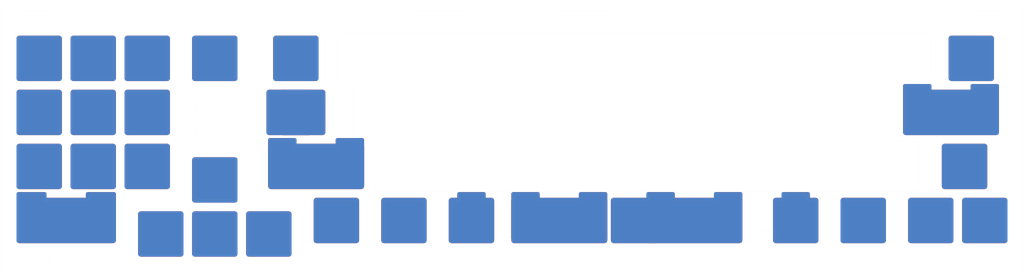
<source format=kicad_pcb>
(kicad_pcb (version 20210228) (generator pcbnew)
  (layers (0 "F.Cu" signal) (31 "B.Cu" signal) (34 "B.Paste" user) (35 "F.Paste" user) (36 "B.SilkS" user "B.Silkscreen") (37 "F.SilkS" user "F.Silkscreen") (38 "B.Mask" user) (39 "F.Mask" user) (44 "Edge.Cuts" user))
  (net 0 "")
  (footprint "Cutouts:MX_Cutout_1u" (layer "F.Cu") (at 93.512496 126.35)
    (fp_text reference "REF**" hide)
    (fp_text value "MX_Cutout_1u" hide)
    (fp_line (start 6.5 -7) (end -6.5 -7) (layer "Edge.Cuts") (width 0.01))
    (fp_line (start -6.5 7) (end 6.5 7) (layer "Edge.Cuts") (width 0.01))
    (fp_line (start -7 -6.5) (end -7 6.5) (layer "Edge.Cuts") (width 0.01))
    (fp_line (start 7 6.5) (end 7 -6.5) (layer "Edge.Cuts") (width 0.01))
    (fp_arc (start -6.5 6.5) (end -7 6.5) (angle -90) (layer "Edge.Cuts") (width 0.01))
    (fp_arc (start 6.5 -6.5) (end 7 -6.5) (angle -90) (layer "Edge.Cuts") (width 0.01))
    (fp_arc (start 6.5 6.5) (end 6.5 7) (angle -90) (layer "Edge.Cuts") (width 0.01))
    (fp_arc (start -6.5 -6.5) (end -6.5 -7) (angle -90) (layer "Edge.Cuts") (width 0.01))
    (pad "1" smd roundrect (at 0 0 180) (size 16 16) (layers "B.Cu" "B.Mask") (roundrect_rratio 0.063))
    (pad "1" smd roundrect (at 0 0 180) (size 16 16) (layers "F.Cu" "F.Mask") (roundrect_rratio 0.063))
  )
  (footprint "Cutouts:MX_Cutout_2u_1u-1u" (layer "F.Cu") (at 64.937496 164.45)
    (fp_text reference "REF**" hide)
    (fp_text value "MX_Cutout_2u_1u-1u" hide)
    (fp_line (start 16.525 6.5) (end 16.525 -8.5) (layer "Edge.Cuts") (width 0.01))
    (fp_line (start -16.025 7) (end 16.025 7) (layer "Edge.Cuts") (width 0.01))
    (fp_line (start -7.938 -7.5) (end -7.938 -8.5) (layer "Edge.Cuts") (width 0.01))
    (fp_line (start 7.438 -7) (end -7.438 -7) (layer "Edge.Cuts") (width 0.01))
    (fp_line (start -16.525 -8.5) (end -16.525 6.5) (layer "Edge.Cuts") (width 0.01))
    (fp_line (start 7.938 -8.5) (end 7.938 -7.5) (layer "Edge.Cuts") (width 0.01))
    (fp_line (start 16.025 -9) (end 8.438 -9) (layer "Edge.Cuts") (width 0.01))
    (fp_line (start -8.438 -9) (end -16.025 -9) (layer "Edge.Cuts") (width 0.01))
    (fp_arc (start 7.438 -7.5) (end 7.438 -7) (angle -90) (layer "Edge.Cuts") (width 0.01))
    (fp_arc (start -7.438 -7.5) (end -7.938 -7.5) (angle -90) (layer "Edge.Cuts") (width 0.01))
    (fp_arc (start -16.025 -8.5) (end -16.025 -9) (angle -90) (layer "Edge.Cuts") (width 0.01))
    (fp_arc (start 8.438 -8.5) (end 8.438 -9) (angle -90) (layer "Edge.Cuts") (width 0.01))
    (fp_arc (start -16.025 6.5) (end -16.525 6.5) (angle -90) (layer "Edge.Cuts") (width 0.01))
    (fp_arc (start 16.025 -8.5) (end 16.525 -8.5) (angle -90) (layer "Edge.Cuts") (width 0.01))
    (fp_arc (start 16.025 6.5) (end 16.025 7) (angle -90) (layer "Edge.Cuts") (width 0.01))
    (fp_arc (start -8.438 -8.5) (end -7.938 -8.5) (angle -90) (layer "Edge.Cuts") (width 0.01))
    (pad "1" smd roundrect (at 12.2315 -1.5) (size 10.587 17) (layers "B.Cu" "B.Mask") (roundrect_rratio 0.063))
    (pad "1" smd roundrect (at 12.2315 -1.5) (size 10.587 17) (layers "F.Cu" "F.Mask") (roundrect_rratio 0.063))
    (pad "1" smd roundrect (at -12.2315 -1.5) (size 10.587 17) (layers "B.Cu" "B.Mask") (roundrect_rratio 0.063))
    (pad "1" smd roundrect (at 0 0) (size 35.05 16) (layers "B.Cu" "B.Mask") (roundrect_rratio 0.063))
    (pad "1" smd roundrect (at 0 0) (size 35.05 16) (layers "F.Cu" "F.Mask") (roundrect_rratio 0.063))
    (pad "1" smd roundrect (at -12.2315 -1.5) (size 10.587 17) (layers "F.Cu" "F.Mask") (roundrect_rratio 0.063))
  )
  (footprint "Keybage_MX_Cutout:MX_Cutout_1.5u" (layer "F.Cu") (at 384.024996 107.3)
    (fp_text reference "REF**" hide)
    (fp_text value "MX_Cutout_1.5u" hide)
    (fp_line (start -6.5 7) (end 6.5 7) (layer "Edge.Cuts") (width 0.01))
    (fp_line (start 7 6.5) (end 7 -6.5) (layer "Edge.Cuts") (width 0.01))
    (fp_line (start 6.5 -7) (end -6.5 -7) (layer "Edge.Cuts") (width 0.01))
    (fp_line (start -7 -6.5) (end -7 6.5) (layer "Edge.Cuts") (width 0.01))
    (fp_arc (start 6.5 -6.5) (end 7 -6.5) (angle -90) (layer "Edge.Cuts") (width 0.01))
    (fp_arc (start -6.5 -6.5) (end -6.5 -7) (angle -90) (layer "Edge.Cuts") (width 0.01))
    (fp_arc (start -6.5 6.5) (end -7 6.5) (angle -90) (layer "Edge.Cuts") (width 0.01))
    (fp_arc (start 6.5 6.5) (end 6.5 7) (angle -90) (layer "Edge.Cuts") (width 0.01))
    (pad "1" smd roundrect (at 0 0 180) (size 16 16) (layers "B.Cu" "B.Mask") (roundrect_rratio 0.063))
    (pad "1" smd roundrect (at 0 0 180) (size 16 16) (layers "F.Cu" "F.Mask") (roundrect_rratio 0.063))
  )
  (footprint "Cutouts:MX_Cutout_1.75u" (layer "F.Cu") (at 381.643746 145.4)
    (fp_text reference "REF**" hide)
    (fp_text value "MX_Cutout_1.75u" hide)
    (fp_line (start -6.5 7) (end 6.5 7) (layer "Edge.Cuts") (width 0.01))
    (fp_line (start -7 -6.5) (end -7 6.5) (layer "Edge.Cuts") (width 0.01))
    (fp_line (start 7 6.5) (end 7 -6.5) (layer "Edge.Cuts") (width 0.01))
    (fp_line (start 6.5 -7) (end -6.5 -7) (layer "Edge.Cuts") (width 0.01))
    (fp_arc (start -6.5 -6.5) (end -6.5 -7) (angle -90) (layer "Edge.Cuts") (width 0.01))
    (fp_arc (start 6.5 6.5) (end 6.5 7) (angle -90) (layer "Edge.Cuts") (width 0.01))
    (fp_arc (start 6.5 -6.5) (end 7 -6.5) (angle -90) (layer "Edge.Cuts") (width 0.01))
    (fp_arc (start -6.5 6.5) (end -7 6.5) (angle -90) (layer "Edge.Cuts") (width 0.01))
    (pad "1" smd roundrect (at 0 0 180) (size 16 16) (layers "B.Cu" "B.Mask") (roundrect_rratio 0.063))
    (pad "1" smd roundrect (at 0 0 180) (size 16 16) (layers "F.Cu" "F.Mask") (roundrect_rratio 0.063))
  )
  (footprint "Cutouts:MX_Cutout_1u" (layer "F.Cu") (at 388.787496 164.45)
    (fp_text reference "REF**" hide)
    (fp_text value "MX_Cutout_1u" hide)
    (fp_line (start 6.5 -7) (end -6.5 -7) (layer "Edge.Cuts") (width 0.01))
    (fp_line (start -6.5 7) (end 6.5 7) (layer "Edge.Cuts") (width 0.01))
    (fp_line (start 7 6.5) (end 7 -6.5) (layer "Edge.Cuts") (width 0.01))
    (fp_line (start -7 -6.5) (end -7 6.5) (layer "Edge.Cuts") (width 0.01))
    (fp_arc (start 6.5 6.5) (end 6.5 7) (angle -90) (layer "Edge.Cuts") (width 0.01))
    (fp_arc (start -6.5 -6.5) (end -6.5 -7) (angle -90) (layer "Edge.Cuts") (width 0.01))
    (fp_arc (start 6.5 -6.5) (end 7 -6.5) (angle -90) (layer "Edge.Cuts") (width 0.01))
    (fp_arc (start -6.5 6.5) (end -7 6.5) (angle -90) (layer "Edge.Cuts") (width 0.01))
    (pad "1" smd roundrect (at 0 0 180) (size 16 16) (layers "F.Cu" "F.Mask") (roundrect_rratio 0.063))
    (pad "1" smd roundrect (at 0 0 180) (size 16 16) (layers "B.Cu" "B.Mask") (roundrect_rratio 0.063))
  )
  (footprint "Cutouts:MX_Cutout_1u" (layer "F.Cu") (at 117.324996 150.1625)
    (fp_text reference "REF**" hide)
    (fp_text value "MX_Cutout_1u" hide)
    (fp_line (start 6.5 -7) (end -6.5 -7) (layer "Edge.Cuts") (width 0.01))
    (fp_line (start -7 -6.5) (end -7 6.5) (layer "Edge.Cuts") (width 0.01))
    (fp_line (start 7 6.5) (end 7 -6.5) (layer "Edge.Cuts") (width 0.01))
    (fp_line (start -6.5 7) (end 6.5 7) (layer "Edge.Cuts") (width 0.01))
    (fp_arc (start -6.5 6.5) (end -7 6.5) (angle -90) (layer "Edge.Cuts") (width 0.01))
    (fp_arc (start 6.5 6.5) (end 6.5 7) (angle -90) (layer "Edge.Cuts") (width 0.01))
    (fp_arc (start 6.5 -6.5) (end 7 -6.5) (angle -90) (layer "Edge.Cuts") (width 0.01))
    (fp_arc (start -6.5 -6.5) (end -6.5 -7) (angle -90) (layer "Edge.Cuts") (width 0.01))
    (pad "1" smd roundrect (at 0 0 180) (size 16 16) (layers "B.Cu" "B.Mask") (roundrect_rratio 0.063))
    (pad "1" smd roundrect (at 0 0 180) (size 16 16) (layers "F.Cu" "F.Mask") (roundrect_rratio 0.063))
  )
  (footprint "Cutouts:MX_Cutout_1u" (layer "F.Cu") (at 55.412496 126.35)
    (fp_text reference "REF**" hide)
    (fp_text value "MX_Cutout_1u" hide)
    (fp_line (start 6.5 -7) (end -6.5 -7) (layer "Edge.Cuts") (width 0.01))
    (fp_line (start 7 6.5) (end 7 -6.5) (layer "Edge.Cuts") (width 0.01))
    (fp_line (start -6.5 7) (end 6.5 7) (layer "Edge.Cuts") (width 0.01))
    (fp_line (start -7 -6.5) (end -7 6.5) (layer "Edge.Cuts") (width 0.01))
    (fp_arc (start -6.5 -6.5) (end -6.5 -7) (angle -90) (layer "Edge.Cuts") (width 0.01))
    (fp_arc (start -6.5 6.5) (end -7 6.5) (angle -90) (layer "Edge.Cuts") (width 0.01))
    (fp_arc (start 6.5 -6.5) (end 7 -6.5) (angle -90) (layer "Edge.Cuts") (width 0.01))
    (fp_arc (start 6.5 6.5) (end 6.5 7) (angle -90) (layer "Edge.Cuts") (width 0.01))
    (pad "1" smd roundrect (at 0 0 180) (size 16 16) (layers "B.Cu" "B.Mask") (roundrect_rratio 0.063))
    (pad "1" smd roundrect (at 0 0 180) (size 16 16) (layers "F.Cu" "F.Mask") (roundrect_rratio 0.063))
  )
  (footprint "Cutouts:MX_Cutout_1u" (layer "F.Cu") (at 93.512496 145.4)
    (fp_text reference "REF**" hide)
    (fp_text value "MX_Cutout_1u" hide)
    (fp_line (start -7 -6.5) (end -7 6.5) (layer "Edge.Cuts") (width 0.01))
    (fp_line (start 7 6.5) (end 7 -6.5) (layer "Edge.Cuts") (width 0.01))
    (fp_line (start -6.5 7) (end 6.5 7) (layer "Edge.Cuts") (width 0.01))
    (fp_line (start 6.5 -7) (end -6.5 -7) (layer "Edge.Cuts") (width 0.01))
    (fp_arc (start 6.5 -6.5) (end 7 -6.5) (angle -90) (layer "Edge.Cuts") (width 0.01))
    (fp_arc (start -6.5 -6.5) (end -6.5 -7) (angle -90) (layer "Edge.Cuts") (width 0.01))
    (fp_arc (start 6.5 6.5) (end 6.5 7) (angle -90) (layer "Edge.Cuts") (width 0.01))
    (fp_arc (start -6.5 6.5) (end -7 6.5) (angle -90) (layer "Edge.Cuts") (width 0.01))
    (pad "1" smd roundrect (at 0 0 180) (size 16 16) (layers "B.Cu" "B.Mask") (roundrect_rratio 0.063))
    (pad "1" smd roundrect (at 0 0 180) (size 16 16) (layers "F.Cu" "F.Mask") (roundrect_rratio 0.063))
  )
  (footprint "Cutouts:MX_Cutout_1u" (layer "F.Cu") (at 55.412496 107.3)
    (fp_text reference "REF**" hide)
    (fp_text value "MX_Cutout_1u" hide)
    (fp_line (start -6.5 7) (end 6.5 7) (layer "Edge.Cuts") (width 0.01))
    (fp_line (start -7 -6.5) (end -7 6.5) (layer "Edge.Cuts") (width 0.01))
    (fp_line (start 7 6.5) (end 7 -6.5) (layer "Edge.Cuts") (width 0.01))
    (fp_line (start 6.5 -7) (end -6.5 -7) (layer "Edge.Cuts") (width 0.01))
    (fp_arc (start -6.5 6.5) (end -7 6.5) (angle -90) (layer "Edge.Cuts") (width 0.01))
    (fp_arc (start 6.5 -6.5) (end 7 -6.5) (angle -90) (layer "Edge.Cuts") (width 0.01))
    (fp_arc (start -6.5 -6.5) (end -6.5 -7) (angle -90) (layer "Edge.Cuts") (width 0.01))
    (fp_arc (start 6.5 6.5) (end 6.5 7) (angle -90) (layer "Edge.Cuts") (width 0.01))
    (pad "1" smd roundrect (at 0 0 180) (size 16 16) (layers "F.Cu" "F.Mask") (roundrect_rratio 0.063))
    (pad "1" smd roundrect (at 0 0 180) (size 16 16) (layers "B.Cu" "B.Mask") (roundrect_rratio 0.063))
  )
  (footprint "Cutouts:MX_Cutout_7u_1u-2.25u-2.75u-1u" (layer "F.Cu") (at 264.962496 164.45)
    (fp_text reference "REF**" hide)
    (fp_text value "MX_Cutout_7u_1u-2.25u-2.75u-1u" hide)
    (fp_line (start 49.65 3.5) (end 42.74375 3.5) (layer "Edge.Cuts") (width 0.01))
    (fp_line (start -34.13175 -7.5) (end -34.13175 -8.5) (layer "Edge.Cuts") (width 0.01))
    (fp_line (start -42.13175 -8.5) (end -42.13175 6.5) (layer "Edge.Cuts") (width 0.01))
    (fp_line (start -53.65 -9) (end -60.65 -9) (layer "Edge.Cuts") (width 0.01))
    (fp_line (start 61.65 -7) (end 63.65 -7) (layer "Edge.Cuts") (width 0.01))
    (fp_line (start 4.99325 -7) (end -6.5 -7) (layer "Edge.Cuts") (width 0.01))
    (fp_line (start 13.49325 -7.5) (end 13.49325 -8.5) (layer "Edge.Cuts") (width 0.01))
    (fp_line (start -18.75575 -7) (end -33.63175 -7) (layer "Edge.Cuts") (width 0.01))
    (fp_line (start -7 -6.5) (end -7 6.5) (layer "Edge.Cuts") (width 0.01))
    (fp_line (start 50.65 -7) (end 52.65 -7) (layer "Edge.Cuts") (width 0.01))
    (fp_line (start 28.86925 -7) (end 13.99325 -7) (layer "Edge.Cuts") (width 0.01))
    (fp_line (start -63.65 7) (end -50.65 7) (layer "Edge.Cuts") (width 0.01))
    (fp_line (start -61.15 -8.5) (end -61.15 -7.5) (layer "Edge.Cuts") (width 0.01))
    (fp_line (start 37.36925 6.5) (end 37.36925 -8.5) (layer "Edge.Cuts") (width 0.01))
    (fp_line (start -50.15 6.5) (end -50.15 -6.5) (layer "Edge.Cuts") (width 0.01))
    (fp_line (start -41.63175 7) (end -10.75575 7) (layer "Edge.Cuts") (width 0.01))
    (fp_line (start -18.25575 -8.5) (end -18.25575 -7.5) (layer "Edge.Cuts") (width 0.01))
    (fp_line (start -6.5 7) (end 36.86925 7) (layer "Edge.Cuts") (width 0.01))
    (fp_line (start 63.65 7) (end 50.65 7) (layer "Edge.Cuts") (width 0.01))
    (fp_line (start 42.24375 3) (end 42.24375 -3) (layer "Edge.Cuts") (width 0.01))
    (fp_line (start 12.99325 -9) (end 5.99325 -9) (layer "Edge.Cuts") (width 0.01))
    (fp_line (start -50.65 -7) (end -52.65 -7) (layer "Edge.Cuts") (width 0.01))
    (fp_line (start 36.86925 -9) (end 29.86925 -9) (layer "Edge.Cuts") (width 0.01))
    (fp_line (start 61.15 -8.5) (end 61.15 -7.5) (layer "Edge.Cuts") (width 0.01))
    (fp_line (start -61.65 -7) (end -63.65 -7) (layer "Edge.Cuts") (width 0.01))
    (fp_line (start 53.65 -9) (end 60.65 -9) (layer "Edge.Cuts") (width 0.01))
    (fp_line (start 29.36925 -8.5) (end 29.36925 -7.5) (layer "Edge.Cuts") (width 0.01))
    (fp_line (start -53.15 -7.5) (end -53.15 -8.5) (layer "Edge.Cuts") (width 0.01))
    (fp_line (start 64.15 -6.5) (end 64.15 6.5) (layer "Edge.Cuts") (width 0.01))
    (fp_line (start -10.75575 -9) (end -17.75575 -9) (layer "Edge.Cuts") (width 0.01))
    (fp_line (start 5.49325 -8.5) (end 5.49325 -7.5) (layer "Edge.Cuts") (width 0.01))
    (fp_line (start -34.63175 -9) (end -41.63175 -9) (layer "Edge.Cuts") (width 0.01))
    (fp_line (start 53.15 -7.5) (end 53.15 -8.5) (layer "Edge.Cuts") (width 0.01))
    (fp_line (start -64.15 -6.5) (end -64.15 6.5) (layer "Edge.Cuts") (width 0.01))
    (fp_line (start 50.15 -4) (end 50.15 -6.5) (layer "Edge.Cuts") (width 0.01))
    (fp_line (start 50.15 6.5) (end 50.15 4) (layer "Edge.Cuts") (width 0.01))
    (fp_line (start 42.74375 -3.5) (end 49.65 -3.5) (layer "Edge.Cuts") (width 0.01))
    (fp_line (start -10.25575 6.5) (end -10.25575 -8.5) (layer "Edge.Cuts") (width 0.01))
    (fp_arc (start -10.75575 -8.5) (end -10.25575 -8.5) (angle -90) (layer "Edge.Cuts") (width 0.01))
    (fp_arc (start -33.63175 -7.5) (end -34.13175 -7.5) (angle -90) (layer "Edge.Cuts") (width 0.01))
    (fp_arc (start -10.75575 6.5) (end -10.75575 7) (angle -90) (layer "Edge.Cuts") (width 0.01))
    (fp_arc (start -61.65 -7.5) (end -61.65 -7) (angle -90) (layer "Edge.Cuts") (width 0.01))
    (fp_arc (start 28.86925 -7.5) (end 28.86925 -7) (angle -90) (layer "Edge.Cuts") (width 0.01))
    (fp_arc (start -34.63175 -8.5) (end -34.13175 -8.5) (angle -90) (layer "Edge.Cuts") (width 0.01))
    (fp_arc (start -60.65 -8.5) (end -60.65 -9) (angle -90) (layer "Edge.Cuts") (width 0.01))
    (fp_arc (start 36.86925 6.5) (end 36.86925 7) (angle -90) (layer "Edge.Cuts") (width 0.01))
    (fp_arc (start 42.74375 3) (end 42.24375 3) (angle -90) (layer "Edge.Cuts") (width 0.01))
    (fp_arc (start 13.99325 -7.5) (end 13.49325 -7.5) (angle -90) (layer "Edge.Cuts") (width 0.01))
    (fp_arc (start -53.65 -8.5) (end -53.15 -8.5) (angle -90) (layer "Edge.Cuts") (width 0.01))
    (fp_arc (start -52.65 -7.5) (end -53.15 -7.5) (angle -90) (layer "Edge.Cuts") (width 0.01))
    (fp_arc (start 29.86925 -8.5) (end 29.86925 -9) (angle -90) (layer "Edge.Cuts") (width 0.01))
    (fp_arc (start -63.65 6.5) (end -64.15 6.5) (angle -90) (layer "Edge.Cuts") (width 0.01))
    (fp_arc (start 50.65 -6.5) (end 50.65 -7) (angle -90) (layer "Edge.Cuts") (width 0.01))
    (fp_arc (start -17.75575 -8.5) (end -17.75575 -9) (angle -90) (layer "Edge.Cuts") (width 0.01))
    (fp_arc (start -50.65 6.5) (end -50.65 7) (angle -90) (layer "Edge.Cuts") (width 0.01))
    (fp_arc (start 53.65 -8.5) (end 53.65 -9) (angle -90) (layer "Edge.Cuts") (width 0.01))
    (fp_arc (start 49.65 -4) (end 49.65 -3.5) (angle -89.99999996) (layer "Edge.Cuts") (width 0.01))
    (fp_arc (start -6.5 6.5) (end -7 6.5) (angle -90) (layer "Edge.Cuts") (width 0.01))
    (fp_arc (start -41.63175 6.5) (end -42.13175 6.5) (angle -90) (layer "Edge.Cuts") (width 0.01))
    (fp_arc (start 49.65 4) (end 50.15 4) (angle -90.00000004) (layer "Edge.Cuts") (width 0.01))
    (fp_arc (start 4.99325 -7.5) (end 4.99325 -7) (angle -90) (layer "Edge.Cuts") (width 0.01))
    (fp_arc (start -18.75575 -7.5) (end -18.75575 -7) (angle -90) (layer "Edge.Cuts") (width 0.01))
    (fp_arc (start 50.65 6.5) (end 50.15 6.5) (angle -90) (layer "Edge.Cuts") (width 0.01))
    (fp_arc (start 42.74375 -3) (end 42.74375 -3.5) (angle -90) (layer "Edge.Cuts") (width 0.01))
    (fp_arc (start -41.63175 -8.5) (end -41.63175 -9) (angle -90) (layer "Edge.Cuts") (width 0.01))
    (fp_arc (start 63.65 6.5) (end 63.65 7) (angle -90) (layer "Edge.Cuts") (width 0.01))
    (fp_arc (start 60.65 -8.5) (end 61.15 -8.5) (angle -90) (layer "Edge.Cuts") (width 0.01))
    (fp_arc (start 63.65 -6.5) (end 64.15 -6.5) (angle -90) (layer "Edge.Cuts") (width 0.01))
    (fp_arc (start 61.65 -7.5) (end 61.15 -7.5) (angle -90) (layer "Edge.Cuts") (width 0.01))
    (fp_arc (start 12.99325 -8.5) (end 13.49325 -8.5) (angle -90) (layer "Edge.Cuts") (width 0.01))
    (fp_arc (start -50.65 -6.5) (end -50.15 -6.5) (angle -90) (layer "Edge.Cuts") (width 0.01))
    (fp_arc (start -63.65 -6.5) (end -63.65 -7) (angle -90) (layer "Edge.Cuts") (width 0.01))
    (fp_arc (start 5.99325 -8.5) (end 5.99325 -9) (angle -90) (layer "Edge.Cuts") (width 0.01))
    (fp_arc (start 36.86925 -8.5) (end 37.36925 -8.5) (angle -90) (layer "Edge.Cuts") (width 0.01))
    (fp_arc (start 52.65 -7.5) (end 52.65 -7) (angle -90) (layer "Edge.Cuts") (width 0.01))
    (fp_arc (start -6.5 -6.5) (end -6.5 -7) (angle -90) (layer "Edge.Cuts") (width 0.01))
    (pad "1" smd roundrect (at 9.525 -1.5) (size 10 17) (layers "F.Cu" "F.Mask") (roundrect_rratio 0.063))
    (pad "1" smd roundrect (at -57.15 0 180) (size 16 16) (layers "B.Cu" "B.Mask") (roundrect_rratio 0.063))
    (pad "1" smd roundrect (at -38.1 -1.5) (size 10 17) (layers "F.Cu" "F.Mask") (roundrect_rratio 0.063))
    (pad "1" smd roundrect (at 21.43125 0) (size 33.8125 16) (layers "F.Cu" "F.Mask") (roundrect_rratio 0.063))
    (pad "1" smd roundrect (at -57.15 -1.5 180) (size 10 17) (layers "F.Cu" "F.Mask") (roundrect_rratio 0.063))
    (pad "1" smd roundrect (at 57.15 -1.5 180) (size 10 17) (layers "B.Cu" "B.Mask") (roundrect_rratio 0.063))
    (pad "1" smd roundrect (at 57.15 0 180) (size 16 16) (layers "F.Cu" "F.Mask") (roundrect_rratio 0.063))
    (pad "1" smd roundrect (at -57.15 0 180) (size 16 16) (layers "F.Cu" "F.Mask") (roundrect_rratio 0.063))
    (pad "1" smd roundrect (at 0 0 180) (size 16 16) (layers "B.Cu" "B.Mask") (roundrect_rratio 0.063))
    (pad "1" smd roundrect (at 57.15 0 180) (size 16 16) (layers "B.Cu" "B.Mask") (roundrect_rratio 0.063))
    (pad "1" smd roundrect (at -57.15 -1.5 180) (size 10 17) (layers "B.Cu" "B.Mask") (roundrect_rratio 0.063))
    (pad "1" smd roundrect (at -38.1 -1.5) (size 10 17) (layers "B.Cu" "B.Mask") (roundrect_rratio 0.063))
    (pad "1" smd roundrect (at 33.3375 -1.5) (size 10 17) (layers "B.Cu" "B.Mask") (roundrect_rratio 0.063))
    (pad "1" smd roundrect (at 57.15 -1.5 180) (size 10 17) (layers "F.Cu" "F.Mask") (roundrect_rratio 0.063))
    (pad "1" smd roundrect (at -26.19375 0) (size 33.8125 16) (layers "B.Cu" "B.Mask") (roundrect_rratio 0.063))
    (pad "1" smd roundrect (at 21.43125 0) (size 33.8125 16) (layers "B.Cu" "B.Mask") (roundrect_rratio 0.063))
    (pad "1" smd roundrect (at -26.19375 0) (size 33.8125 16) (layers "F.Cu" "F.Mask") (roundrect_rratio 0.063))
    (pad "1" smd roundrect (at 33.3375 -1.5) (size 10 17) (layers "F.Cu" "F.Mask") (roundrect_rratio 0.063))
    (pad "1" smd roundrect (at 0 0 180) (size 16 16) (layers "F.Cu" "F.Mask") (roundrect_rratio 0.063))
    (pad "1" smd roundrect (at -14.2875 -1.5) (size 10 17) (layers "B.Cu" "B.Mask") (roundrect_rratio 0.063))
    (pad "1" smd roundrect (at -14.2875 -1.5) (size 10 17) (layers "F.Cu" "F.Mask") (roundrect_rratio 0.063))
    (pad "1" smd roundrect (at 9.525 -1.5) (size 10 17) (layers "B.Cu" "B.Mask") (roundrect_rratio 0.063))
  )
  (footprint "Cutouts:MX_Cutout_1u" (layer "F.Cu") (at 55.412496 145.4)
    (fp_text reference "REF**" hide)
    (fp_text value "MX_Cutout_1u" hide)
    (fp_line (start 6.5 -7) (end -6.5 -7) (layer "Edge.Cuts") (width 0.01))
    (fp_line (start -6.5 7) (end 6.5 7) (layer "Edge.Cuts") (width 0.01))
    (fp_line (start -7 -6.5) (end -7 6.5) (layer "Edge.Cuts") (width 0.01))
    (fp_line (start 7 6.5) (end 7 -6.5) (layer "Edge.Cuts") (width 0.01))
    (fp_arc (start -6.5 -6.5) (end -6.5 -7) (angle -90) (layer "Edge.Cuts") (width 0.01))
    (fp_arc (start 6.5 -6.5) (end 7 -6.5) (angle -90) (layer "Edge.Cuts") (width 0.01))
    (fp_arc (start 6.5 6.5) (end 6.5 7) (angle -90) (layer "Edge.Cuts") (width 0.01))
    (fp_arc (start -6.5 6.5) (end -7 6.5) (angle -90) (layer "Edge.Cuts") (width 0.01))
    (pad "1" smd roundrect (at 0 0 180) (size 16 16) (layers "B.Cu" "B.Mask") (roundrect_rratio 0.063))
    (pad "1" smd roundrect (at 0 0 180) (size 16 16) (layers "F.Cu" "F.Mask") (roundrect_rratio 0.063))
  )
  (footprint "Cutouts:MX_Cutout_1u" (layer "F.Cu") (at 117.324996 169.2125)
    (fp_text reference "REF**" hide)
    (fp_text value "MX_Cutout_1u" hide)
    (fp_line (start 6.5 -7) (end -6.5 -7) (layer "Edge.Cuts") (width 0.01))
    (fp_line (start -7 -6.5) (end -7 6.5) (layer "Edge.Cuts") (width 0.01))
    (fp_line (start -6.5 7) (end 6.5 7) (layer "Edge.Cuts") (width 0.01))
    (fp_line (start 7 6.5) (end 7 -6.5) (layer "Edge.Cuts") (width 0.01))
    (fp_arc (start 6.5 -6.5) (end 7 -6.5) (angle -90) (layer "Edge.Cuts") (width 0.01))
    (fp_arc (start -6.5 -6.5) (end -6.5 -7) (angle -90) (layer "Edge.Cuts") (width 0.01))
    (fp_arc (start 6.5 6.5) (end 6.5 7) (angle -90) (layer "Edge.Cuts") (width 0.01))
    (fp_arc (start -6.5 6.5) (end -7 6.5) (angle -90) (layer "Edge.Cuts") (width 0.01))
    (pad "1" smd roundrect (at 0 0 180) (size 16 16) (layers "F.Cu" "F.Mask") (roundrect_rratio 0.063))
    (pad "1" smd roundrect (at 0 0 180) (size 16 16) (layers "B.Cu" "B.Mask") (roundrect_rratio 0.063))
  )
  (footprint "Cutouts:MX_Cutout_1u" (layer "F.Cu") (at 74.462496 107.3)
    (fp_text reference "REF**" hide)
    (fp_text value "MX_Cutout_1u" hide)
    (fp_line (start -6.5 7) (end 6.5 7) (layer "Edge.Cuts") (width 0.01))
    (fp_line (start -7 -6.5) (end -7 6.5) (layer "Edge.Cuts") (width 0.01))
    (fp_line (start 7 6.5) (end 7 -6.5) (layer "Edge.Cuts") (width 0.01))
    (fp_line (start 6.5 -7) (end -6.5 -7) (layer "Edge.Cuts") (width 0.01))
    (fp_arc (start 6.5 6.5) (end 6.5 7) (angle -90) (layer "Edge.Cuts") (width 0.01))
    (fp_arc (start -6.5 6.5) (end -7 6.5) (angle -90) (layer "Edge.Cuts") (width 0.01))
    (fp_arc (start 6.5 -6.5) (end 7 -6.5) (angle -90) (layer "Edge.Cuts") (width 0.01))
    (fp_arc (start -6.5 -6.5) (end -6.5 -7) (angle -90) (layer "Edge.Cuts") (width 0.01))
    (pad "1" smd roundrect (at 0 0 180) (size 16 16) (layers "F.Cu" "F.Mask") (roundrect_rratio 0.063))
    (pad "1" smd roundrect (at 0 0 180) (size 16 16) (layers "B.Cu" "B.Mask") (roundrect_rratio 0.063))
  )
  (footprint "Cutouts:MX_Cutout_1.5u" (layer "F.Cu") (at 345.924996 164.45)
    (fp_text reference "REF**" hide)
    (fp_text value "MX_Cutout_1.5u" hide)
    (fp_line (start -6.5 7) (end 6.5 7) (layer "Edge.Cuts") (width 0.01))
    (fp_line (start 7 6.5) (end 7 -6.5) (layer "Edge.Cuts") (width 0.01))
    (fp_line (start 6.5 -7) (end -6.5 -7) (layer "Edge.Cuts") (width 0.01))
    (fp_line (start -7 -6.5) (end -7 6.5) (layer "Edge.Cuts") (width 0.01))
    (fp_arc (start -6.5 6.5) (end -7 6.5) (angle -90) (layer "Edge.Cuts") (width 0.01))
    (fp_arc (start 6.5 -6.5) (end 7 -6.5) (angle -90) (layer "Edge.Cuts") (width 0.01))
    (fp_arc (start 6.5 6.5) (end 6.5 7) (angle -90) (layer "Edge.Cuts") (width 0.01))
    (fp_arc (start -6.5 -6.5) (end -6.5 -7) (angle -90) (layer "Edge.Cuts") (width 0.01))
    (pad "1" smd roundrect (at 0 0 180) (size 16 16) (layers "F.Cu" "F.Mask") (roundrect_rratio 0.063))
    (pad "1" smd roundrect (at 0 0 180) (size 16 16) (layers "B.Cu" "B.Mask") (roundrect_rratio 0.063))
  )
  (footprint "Cutouts:MX_Cutout_1u" (layer "F.Cu") (at 160.187496 164.45)
    (fp_text reference "REF**" hide)
    (fp_text value "MX_Cutout_1u" hide)
    (fp_line (start -6.5 7) (end 6.5 7) (layer "Edge.Cuts") (width 0.01))
    (fp_line (start 6.5 -7) (end -6.5 -7) (layer "Edge.Cuts") (width 0.01))
    (fp_line (start 7 6.5) (end 7 -6.5) (layer "Edge.Cuts") (width 0.01))
    (fp_line (start -7 -6.5) (end -7 6.5) (layer "Edge.Cuts") (width 0.01))
    (fp_arc (start -6.5 6.5) (end -7 6.5) (angle -90) (layer "Edge.Cuts") (width 0.01))
    (fp_arc (start -6.5 -6.5) (end -6.5 -7) (angle -90) (layer "Edge.Cuts") (width 0.01))
    (fp_arc (start 6.5 -6.5) (end 7 -6.5) (angle -90) (layer "Edge.Cuts") (width 0.01))
    (fp_arc (start 6.5 6.5) (end 6.5 7) (angle -90) (layer "Edge.Cuts") (width 0.01))
    (pad "1" smd roundrect (at 0 0 180) (size 16 16) (layers "B.Cu" "B.Mask") (roundrect_rratio 0.063))
    (pad "1" smd roundrect (at 0 0 180) (size 16 16) (layers "F.Cu" "F.Mask") (roundrect_rratio 0.063))
  )
  (footprint "Cutouts:MX_Cutout_1u" (layer "F.Cu") (at 117.324996 107.3)
    (fp_text reference "REF**" hide)
    (fp_text value "MX_Cutout_1u" hide)
    (fp_line (start 6.5 -7) (end -6.5 -7) (layer "Edge.Cuts") (width 0.01))
    (fp_line (start -7 -6.5) (end -7 6.5) (layer "Edge.Cuts") (width 0.01))
    (fp_line (start -6.5 7) (end 6.5 7) (layer "Edge.Cuts") (width 0.01))
    (fp_line (start 7 6.5) (end 7 -6.5) (layer "Edge.Cuts") (width 0.01))
    (fp_arc (start 6.5 6.5) (end 6.5 7) (angle -90) (layer "Edge.Cuts") (width 0.01))
    (fp_arc (start -6.5 6.5) (end -7 6.5) (angle -90) (layer "Edge.Cuts") (width 0.01))
    (fp_arc (start 6.5 -6.5) (end 7 -6.5) (angle -90) (layer "Edge.Cuts") (width 0.01))
    (fp_arc (start -6.5 -6.5) (end -6.5 -7) (angle -90) (layer "Edge.Cuts") (width 0.01))
    (pad "1" smd roundrect (at 0 0 180) (size 16 16) (layers "B.Cu" "B.Mask") (roundrect_rratio 0.063))
    (pad "1" smd roundrect (at 0 0 180) (size 16 16) (layers "F.Cu" "F.Mask") (roundrect_rratio 0.063))
  )
  (footprint "Cutouts:MX_Cutout_1u" (layer "F.Cu") (at 93.512496 107.3)
    (fp_text reference "REF**" hide)
    (fp_text value "MX_Cutout_1u" hide)
    (fp_line (start 6.5 -7) (end -6.5 -7) (layer "Edge.Cuts") (width 0.01))
    (fp_line (start -7 -6.5) (end -7 6.5) (layer "Edge.Cuts") (width 0.01))
    (fp_line (start -6.5 7) (end 6.5 7) (layer "Edge.Cuts") (width 0.01))
    (fp_line (start 7 6.5) (end 7 -6.5) (layer "Edge.Cuts") (width 0.01))
    (fp_arc (start -6.5 -6.5) (end -6.5 -7) (angle -90) (layer "Edge.Cuts") (width 0.01))
    (fp_arc (start -6.5 6.5) (end -7 6.5) (angle -90) (layer "Edge.Cuts") (width 0.01))
    (fp_arc (start 6.5 6.5) (end 6.5 7) (angle -90) (layer "Edge.Cuts") (width 0.01))
    (fp_arc (start 6.5 -6.5) (end 7 -6.5) (angle -90) (layer "Edge.Cuts") (width 0.01))
    (pad "1" smd roundrect (at 0 0 180) (size 16 16) (layers "F.Cu" "F.Mask") (roundrect_rratio 0.063))
    (pad "1" smd roundrect (at 0 0 180) (size 16 16) (layers "B.Cu" "B.Mask") (roundrect_rratio 0.063))
  )
  (footprint "Cutouts:MX_Cutout_1u" (layer "F.Cu") (at 136.374996 169.2125)
    (fp_text reference "REF**" hide)
    (fp_text value "MX_Cutout_1u" hide)
    (fp_line (start 7 6.5) (end 7 -6.5) (layer "Edge.Cuts") (width 0.01))
    (fp_line (start -6.5 7) (end 6.5 7) (layer "Edge.Cuts") (width 0.01))
    (fp_line (start -7 -6.5) (end -7 6.5) (layer "Edge.Cuts") (width 0.01))
    (fp_line (start 6.5 -7) (end -6.5 -7) (layer "Edge.Cuts") (width 0.01))
    (fp_arc (start 6.5 -6.5) (end 7 -6.5) (angle -90) (layer "Edge.Cuts") (width 0.01))
    (fp_arc (start -6.5 6.5) (end -7 6.5) (angle -90) (layer "Edge.Cuts") (width 0.01))
    (fp_arc (start 6.5 6.5) (end 6.5 7) (angle -90) (layer "Edge.Cuts") (width 0.01))
    (fp_arc (start -6.5 -6.5) (end -6.5 -7) (angle -90) (layer "Edge.Cuts") (width 0.01))
    (pad "1" smd roundrect (at 0 0 180) (size 16 16) (layers "F.Cu" "F.Mask") (roundrect_rratio 0.063))
    (pad "1" smd roundrect (at 0 0 180) (size 16 16) (layers "B.Cu" "B.Mask") (roundrect_rratio 0.063))
  )
  (footprint "Cutouts:MX_Cutout_1u" (layer "F.Cu") (at 369.737496 164.45)
    (fp_text reference "REF**" hide)
    (fp_text value "MX_Cutout_1u" hide)
    (fp_line (start 6.5 -7) (end -6.5 -7) (layer "Edge.Cuts") (width 0.01))
    (fp_line (start -7 -6.5) (end -7 6.5) (layer "Edge.Cuts") (width 0.01))
    (fp_line (start -6.5 7) (end 6.5 7) (layer "Edge.Cuts") (width 0.01))
    (fp_line (start 7 6.5) (end 7 -6.5) (layer "Edge.Cuts") (width 0.01))
    (fp_arc (start 6.5 6.5) (end 6.5 7) (angle -90) (layer "Edge.Cuts") (width 0.01))
    (fp_arc (start -6.5 6.5) (end -7 6.5) (angle -90) (layer "Edge.Cuts") (width 0.01))
    (fp_arc (start -6.5 -6.5) (end -6.5 -7) (angle -90) (layer "Edge.Cuts") (width 0.01))
    (fp_arc (start 6.5 -6.5) (end 7 -6.5) (angle -90) (layer "Edge.Cuts") (width 0.01))
    (pad "1" smd roundrect (at 0 0 180) (size 16 16) (layers "B.Cu" "B.Mask") (roundrect_rratio 0.063))
    (pad "1" smd roundrect (at 0 0 180) (size 16 16) (layers "F.Cu" "F.Mask") (roundrect_rratio 0.063))
  )
  (footprint "Cutouts:MX_Cutout_2.25u" (layer "F.Cu") (at 376.881246 126.35)
    (fp_text reference "REF**" hide)
    (fp_text value "MX_Cutout_2.25u" hide)
    (fp_line (start 15.938 -8.5) (end 15.938 6.5) (layer "Edge.Cuts") (width 0.01))
    (fp_line (start 7.938 -7.5) (end 7.938 -8.5) (layer "Edge.Cuts") (width 0.01))
    (fp_line (start -15.438 -9) (end -8.438 -9) (layer "Edge.Cuts") (width 0.01))
    (fp_line (start 8.438 -9) (end 15.438 -9) (layer "Edge.Cuts") (width 0.01))
    (fp_line (start 15.438 7) (end -15.438 7) (layer "Edge.Cuts") (width 0.01))
    (fp_line (start -7.438 -7) (end 7.438 -7) (layer "Edge.Cuts") (width 0.01))
    (fp_line (start -15.938 6.5) (end -15.938 -8.5) (layer "Edge.Cuts") (width 0.01))
    (fp_line (start -7.938 -8.5) (end -7.938 -7.5) (layer "Edge.Cuts") (width 0.01))
    (fp_arc (start -15.438 6.500001) (end -15.938 6.5) (angle -90) (layer "Edge.Cuts") (width 0.01))
    (fp_arc (start -15.438001 -8.5) (end -15.438 -9) (angle -90) (layer "Edge.Cuts") (width 0.01))
    (fp_arc (start -7.438 -7.5) (end -7.938 -7.5) (angle -90) (layer "Edge.Cuts") (width 0.01))
    (fp_arc (start 7.438 -7.5) (end 7.438 -7) (angle -90) (layer "Edge.Cuts") (width 0.01))
    (fp_arc (start -8.438 -8.500001) (end -7.938 -8.5) (angle -90) (layer "Edge.Cuts") (width 0.01))
    (fp_arc (start 8.437999 -8.5) (end 8.438 -9) (angle -90) (layer "Edge.Cuts") (width 0.01))
    (fp_arc (start 15.438 -8.500001) (end 15.938 -8.5) (angle -90) (layer "Edge.Cuts") (width 0.01))
    (fp_arc (start 15.438001 6.5) (end 15.438 7) (angle -90) (layer "Edge.Cuts") (width 0.01))
    (pad "1" smd roundrect (at 11.90625 -1.5) (size 10 17) (layers "F.Cu" "F.Mask") (roundrect_rratio 0.063))
    (pad "1" smd roundrect (at -11.90625 -1.5) (size 10 17) (layers "F.Cu" "F.Mask") (roundrect_rratio 0.063))
    (pad "1" smd roundrect (at 11.90625 -1.5) (size 10 17) (layers "B.Cu" "B.Mask") (roundrect_rratio 0.063))
    (pad "1" smd roundrect (at 0 0) (size 33.8125 16) (layers "F.Cu" "F.Mask") (roundrect_rratio 0.063))
    (pad "1" smd roundrect (at -11.90625 -1.5) (size 10 17) (layers "B.Cu" "B.Mask") (roundrect_rratio 0.063))
    (pad "1" smd roundrect (at 0 0) (size 33.8125 16) (layers "B.Cu" "B.Mask") (roundrect_rratio 0.063))
  )
  (footprint "Cutouts:MX_Cutout_Half_Plate" (layer "F.Cu") (at 169.712496 107.3)
    (fp_text reference "REF**" hide)
    (fp_text value "MX_Cutout_Half_Plate")
    (fp_line (start 3.96875 28.575) (end 3.96875 46.0375) (layer "Edge.Cuts") (width 0.01))
    (fp_line (start -9.525 -7.9375) (end -9.525 7.9375) (layer "Edge.Cuts") (width 0.01))
    (fp_line (start 196.05625 46.0375) (end 196.05625 30.1625) (layer "Edge.Cuts") (width 0.01))
    (fp_line (start 199.23125 -8.73125) (end -8.73125 -8.73125) (layer "Edge.Cuts") (width 0.01))
    (fp_line (start -8.73125 8.73125) (end -4.7625 8.73125) (layer "Edge.Cuts") (width 0.01))
    (fp_line (start -3.96875 9.525) (end -3.96875 26.9875) (layer "Edge.Cuts") (width 0.01))
    (fp_line (start -3.175 27.78125) (end 3.175 27.78125) (layer "Edge.Cuts") (width 0.01))
    (fp_line (start 187.325 28.575) (end 187.325 9.525) (layer "Edge.Cuts") (width 0.01))
    (fp_line (start 200.025 7.9375) (end 200.025 -7.9375) (layer "Edge.Cuts") (width 0.01))
    (fp_line (start 188.11875 8.73125) (end 199.23125 8.73125) (layer "Edge.Cuts") (width 0.01))
    (fp_line (start 4.7625 46.83125) (end 195.2625 46.83125) (layer "Edge.Cuts") (width 0.01))
    (fp_line (start 195.2625 29.36875) (end 188.11875 29.36875) (layer "Edge.Cuts") (width 0.01))
    (fp_arc (start 199.23125 -7.9375) (end 200.025 -7.9375) (angle -90) (layer "Edge.Cuts") (width 0.01))
    (fp_arc (start 188.11875 28.575) (end 187.325 28.575) (angle -90) (layer "Edge.Cuts") (width 0.01))
    (fp_arc (start -3.175 26.9875) (end -3.96875 26.9875) (angle -90) (layer "Edge.Cuts") (width 0.01))
    (fp_arc (start 188.11875 9.525) (end 188.11875 8.73125) (angle -90) (layer "Edge.Cuts") (width 0.01))
    (fp_arc (start 3.175 28.575) (end 3.96875 28.575) (angle -90) (layer "Edge.Cuts") (width 0.01))
    (fp_arc (start -8.73125 7.9375) (end -9.525 7.9375) (angle -90) (layer "Edge.Cuts") (width 0.01))
    (fp_arc (start 199.23125 7.9375) (end 199.23125 8.73125) (angle -90) (layer "Edge.Cuts") (width 0.01))
    (fp_arc (start 4.7625 46.0375) (end 3.96875 46.0375) (angle -90) (layer "Edge.Cuts") (width 0.01))
    (fp_arc (start -8.73125 -7.9375) (end -8.73125 -8.73125) (angle -90) (layer "Edge.Cuts") (width 0.01))
    (fp_arc (start -4.7625 9.525) (end -3.96875 9.525) (angle -90) (layer "Edge.Cuts") (width 0.01))
    (fp_arc (start 195.2625 30.1625) (end 196.05625 30.1625) (angle -90) (layer "Edge.Cuts") (width 0.01))
    (fp_arc (start 195.2625 46.0375) (end 195.2625 46.83125) (angle -90) (layer "Edge.Cuts") (width 0.01))
  )
  (footprint "Cutouts:MX_Cutout_1.5u" (layer "F.Cu") (at 183.999996 164.45)
    (fp_text reference "REF**" hide)
    (fp_text value "MX_Cutout_1.5u" hide)
    (fp_line (start 6.5 -7) (end -6.5 -7) (layer "Edge.Cuts") (width 0.01))
    (fp_line (start -7 -6.5) (end -7 6.5) (layer "Edge.Cuts") (width 0.01))
    (fp_line (start -6.5 7) (end 6.5 7) (layer "Edge.Cuts") (width 0.01))
    (fp_line (start 7 6.5) (end 7 -6.5) (layer "Edge.Cuts") (width 0.01))
    (fp_arc (start 6.5 -6.5) (end 7 -6.5) (angle -90) (layer "Edge.Cuts") (width 0.01))
    (fp_arc (start -6.5 6.5) (end -7 6.5) (angle -90) (layer "Edge.Cuts") (width 0.01))
    (fp_arc (start -6.5 -6.5) (end -6.5 -7) (angle -90) (layer "Edge.Cuts") (width 0.01))
    (fp_arc (start 6.5 6.5) (end 6.5 7) (angle -90) (layer "Edge.Cuts") (width 0.01))
    (pad "1" smd roundrect (at 0 0 180) (size 16 16) (layers "F.Cu" "F.Mask") (roundrect_rratio 0.063))
    (pad "1" smd roundrect (at 0 0 180) (size 16 16) (layers "B.Cu" "B.Mask") (roundrect_rratio 0.063))
  )
  (footprint "Cutouts:MX_Cutout_2.25u" (layer "F.Cu") (at 153.043746 145.4)
    (fp_text reference "REF**" hide)
    (fp_text value "MX_Cutout_2.25u" hide)
    (fp_line (start -15.938 6.5) (end -15.938 -8.5) (layer "Edge.Cuts") (width 0.01))
    (fp_line (start 15.938 -8.5) (end 15.938 6.5) (layer "Edge.Cuts") (width 0.01))
    (fp_line (start -7.938 -8.5) (end -7.938 -7.5) (layer "Edge.Cuts") (width 0.01))
    (fp_line (start 8.438 -9) (end 15.438 -9) (layer "Edge.Cuts") (width 0.01))
    (fp_line (start -7.438 -7) (end 7.438 -7) (layer "Edge.Cuts") (width 0.01))
    (fp_line (start 15.438 7) (end -15.438 7) (layer "Edge.Cuts") (width 0.01))
    (fp_line (start 7.938 -7.5) (end 7.938 -8.5) (layer "Edge.Cuts") (width 0.01))
    (fp_line (start -15.438 -9) (end -8.438 -9) (layer "Edge.Cuts") (width 0.01))
    (fp_arc (start 7.438 -7.5) (end 7.438 -7) (angle -90) (layer "Edge.Cuts") (width 0.01))
    (fp_arc (start 15.438001 6.5) (end 15.438 7) (angle -90) (layer "Edge.Cuts") (width 0.01))
    (fp_arc (start 8.437999 -8.5) (end 8.438 -9) (angle -90) (layer "Edge.Cuts") (width 0.01))
    (fp_arc (start -15.438001 -8.5) (end -15.438 -9) (angle -90) (layer "Edge.Cuts") (width 0.01))
    (fp_arc (start -8.438 -8.500001) (end -7.938 -8.5) (angle -90) (layer "Edge.Cuts") (width 0.01))
    (fp_arc (start -7.438 -7.5) (end -7.938 -7.5) (angle -90) (layer "Edge.Cuts") (width 0.01))
    (fp_arc (start 15.438 -8.500001) (end 15.938 -8.5) (angle -90) (layer "Edge.Cuts") (width 0.01))
    (fp_arc (start -15.438 6.500001) (end -15.938 6.5) (angle -90) (layer "Edge.Cuts") (width 0.01))
    (pad "1" smd roundrect (at 11.90625 -1.5) (size 10 17) (layers "F.Cu" "F.Mask") (roundrect_rratio 0.063))
    (pad "1" smd roundrect (at 0 0) (size 33.8125 16) (layers "F.Cu" "F.Mask") (roundrect_rratio 0.063))
    (pad "1" smd roundrect (at 11.90625 -1.5) (size 10 17) (layers "B.Cu" "B.Mask") (roundrect_rratio 0.063))
    (pad "1" smd roundrect (at -11.90625 -1.5) (size 10 17) (layers "F.Cu" "F.Mask") (roundrect_rratio 0.063))
    (pad "1" smd roundrect (at -11.90625 -1.5) (size 10 17) (layers "B.Cu" "B.Mask") (roundrect_rratio 0.063))
    (pad "1" smd roundrect (at 0 0) (size 33.8125 16) (layers "B.Cu" "B.Mask") (roundrect_rratio 0.063))
  )
  (footprint "Cutouts:MX_Cutout_1.5u" (layer "F.Cu") (at 145.899996 107.3)
    (fp_text reference "REF**" hide)
    (fp_text value "MX_Cutout_1.5u" hide)
    (fp_line (start -6.5 7) (end 6.5 7) (layer "Edge.Cuts") (width 0.01))
    (fp_line (start -7 -6.5) (end -7 6.5) (layer "Edge.Cuts") (width 0.01))
    (fp_line (start 6.5 -7) (end -6.5 -7) (layer "Edge.Cuts") (width 0.01))
    (fp_line (start 7 6.5) (end 7 -6.5) (layer "Edge.Cuts") (width 0.01))
    (fp_arc (start 6.5 -6.5) (end 7 -6.5) (angle -90) (layer "Edge.Cuts") (width 0.01))
    (fp_arc (start 6.5 6.5) (end 6.5 7) (angle -90) (layer "Edge.Cuts") (width 0.01))
    (fp_arc (start -6.5 6.5) (end -7 6.5) (angle -90) (layer "Edge.Cuts") (width 0.01))
    (fp_arc (start -6.5 -6.5) (end -6.5 -7) (angle -90) (layer "Edge.Cuts") (width 0.01))
    (pad "1" smd roundrect (at 0 0 180) (size 16 16) (layers "B.Cu" "B.Mask") (roundrect_rratio 0.063))
    (pad "1" smd roundrect (at 0 0 180) (size 16 16) (layers "F.Cu" "F.Mask") (roundrect_rratio 0.063))
  )
  (footprint "Cutouts:MX_Cutout_1u" (layer "F.Cu") (at 74.462496 145.4)
    (fp_text reference "REF**" hide)
    (fp_text value "MX_Cutout_1u" hide)
    (fp_line (start -7 -6.5) (end -7 6.5) (layer "Edge.Cuts") (width 0.01))
    (fp_line (start 7 6.5) (end 7 -6.5) (layer "Edge.Cuts") (width 0.01))
    (fp_line (start 6.5 -7) (end -6.5 -7) (layer "Edge.Cuts") (width 0.01))
    (fp_line (start -6.5 7) (end 6.5 7) (layer "Edge.Cuts") (width 0.01))
    (fp_arc (start -6.5 -6.5) (end -6.5 -7) (angle -90) (layer "Edge.Cuts") (width 0.01))
    (fp_arc (start 6.5 6.5) (end 6.5 7) (angle -90) (layer "Edge.Cuts") (width 0.01))
    (fp_arc (start 6.5 -6.5) (end 7 -6.5) (angle -90) (layer "Edge.Cuts") (width 0.01))
    (fp_arc (start -6.5 6.5) (end -7 6.5) (angle -90) (layer "Edge.Cuts") (width 0.01))
    (pad "1" smd roundrect (at 0 0 180) (size 16 16) (layers "B.Cu" "B.Mask") (roundrect_rratio 0.063))
    (pad "1" smd roundrect (at 0 0 180) (size 16 16) (layers "F.Cu" "F.Mask") (roundrect_rratio 0.063))
  )
  (footprint "Cutouts:MX_Cutout_1.75u_Caps_Lock" (layer "F.Cu") (at 148.281246 126.35)
    (fp_text reference "REF**" hide)
    (fp_text value "MX_Cutout_1.75u_Caps_Lock" hide)
    (fp_line (start 6.5 -7) (end -11.2625 -7) (layer "Edge.Cuts") (width 0.01))
    (fp_line (start 13.1 3.5) (end 15.6 3.5) (layer "Edge.Cuts") (width 0.01))
    (fp_line (start 10.6 -6.5) (end 10.6 -4) (layer "Edge.Cuts") (width 0.01))
    (fp_line (start 7 6.5) (end 7 4) (layer "Edge.Cuts") (width 0.01))
    (fp_line (start 7 -4) (end 7 -6.5) (layer "Edge.Cuts") (width 0.01))
    (fp_line (start -11.7625 -6.5) (end -11.7625 6.5) (layer "Edge.Cuts") (width 0.01))
    (fp_line (start 12.6 -4) (end 12.6 -6.5) (layer "Edge.Cuts") (width 0.01))
    (fp_line (start 11.1 7) (end 12.1 7) (layer "Edge.Cuts") (width 0.01))
    (fp_line (start 12.6 6.5) (end 12.6 4) (layer "Edge.Cuts") (width 0.01))
    (fp_line (start 15.6 -3.5) (end 13.1 -3.5) (layer "Edge.Cuts") (width 0.01))
    (fp_line (start -11.2625 7) (end 6.5 7) (layer "Edge.Cuts") (width 0.01))
    (fp_line (start 10.6 4) (end 10.6 6.5) (layer "Edge.Cuts") (width 0.01))
    (fp_line (start 7.5 3.5) (end 10.1 3.5) (layer "Edge.Cuts") (width 0.01))
    (fp_line (start 16.1 3) (end 16.1 -3) (layer "Edge.Cuts") (width 0.01))
    (fp_line (start 10.1 -3.5) (end 7.5 -3.5) (layer "Edge.Cuts") (width 0.01))
    (fp_line (start 12.1 -7) (end 11.1 -7) (layer "Edge.Cuts") (width 0.01))
    (fp_arc (start -11.2625 6.5) (end -11.7625 6.5) (angle -90) (layer "Edge.Cuts") (width 0.01))
    (fp_arc (start 13.1 4) (end 13.1 3.5) (angle -90) (layer "Edge.Cuts") (width 0.01))
    (fp_arc (start 15.6 3) (end 15.6 3.5) (angle -90) (layer "Edge.Cuts") (width 0.01))
    (fp_arc (start 10.1 4) (end 10.6 4) (angle -90) (layer "Edge.Cuts") (width 0.01))
    (fp_arc (start 7.5 -4) (end 7 -4) (angle -90) (layer "Edge.Cuts") (width 0.01))
    (fp_arc (start 13.1 -4) (end 12.6 -4) (angle -90) (layer "Edge.Cuts") (width 0.01))
    (fp_arc (start -11.2625 -6.5) (end -11.2625 -7) (angle -90) (layer "Edge.Cuts") (width 0.01))
    (fp_arc (start 7.5 4) (end 7.5 3.5) (angle -90) (layer "Edge.Cuts") (width 0.01))
    (fp_arc (start 11.1 -6.5) (end 11.1 -7) (angle -90) (layer "Edge.Cuts") (width 0.01))
    (fp_arc (start 11.1 6.5) (end 10.6 6.5) (angle -90) (layer "Edge.Cuts") (width 0.01))
    (fp_arc (start 6.5 -6.5) (end 7 -6.5) (angle -90) (layer "Edge.Cuts") (width 0.01))
    (fp_arc (start 12.1 -6.5) (end 12.6 -6.5) (angle -90) (layer "Edge.Cuts") (width 0.01))
    (fp_arc (start 10.1 -4) (end 10.1 -3.5) (angle -90) (layer "Edge.Cuts") (width 0.01))
    (fp_arc (start 15.6 -3) (end 16.1 -3) (angle -90) (layer "Edge.Cuts") (width 0.01))
    (fp_arc (start 12.1 6.5) (end 12.1 7) (angle -90) (layer "Edge.Cuts") (width 0.01))
    (fp_arc (start 6.5 6.5) (end 6.5 7) (angle -90) (layer "Edge.Cuts") (width 0.01))
    (pad "1" smd roundrect (at 0 0 180) (size 16 16) (layers "B.Cu" "B.Mask") (roundrect_rratio 0.063))
    (pad "1" smd roundrect (at -4.7625 0 180) (size 16 16) (layers "F.Cu" "F.Mask") (roundrect_rratio 0.063))
    (pad "1" smd roundrect (at -4.7625 0 180) (size 16 16) (layers "B.Cu" "B.Mask") (roundrect_rratio 0.063))
    (pad "1" smd roundrect (at 0 0 180) (size 16 16) (layers "F.Cu" "F.Mask") (roundrect_rratio 0.063))
  )
  (footprint "Cutouts:MX_Cutout_1u" (layer "F.Cu") (at 98.274996 169.2125)
    (fp_text reference "REF**" hide)
    (fp_text value "MX_Cutout_1u" hide)
    (fp_line (start 7 6.5) (end 7 -6.5) (layer "Edge.Cuts") (width 0.01))
    (fp_line (start -7 -6.5) (end -7 6.5) (layer "Edge.Cuts") (width 0.01))
    (fp_line (start 6.5 -7) (end -6.5 -7) (layer "Edge.Cuts") (width 0.01))
    (fp_line (start -6.5 7) (end 6.5 7) (layer "Edge.Cuts") (width 0.01))
    (fp_arc (start 6.5 6.5) (end 6.5 7) (angle -90) (layer "Edge.Cuts") (width 0.01))
    (fp_arc (start -6.5 -6.5) (end -6.5 -7) (angle -90) (layer "Edge.Cuts") (width 0.01))
    (fp_arc (start 6.5 -6.5) (end 7 -6.5) (angle -90) (layer "Edge.Cuts") (width 0.01))
    (fp_arc (start -6.5 6.5) (end -7 6.5) (angle -90) (layer "Edge.Cuts") (width 0.01))
    (pad "1" smd roundrect (at 0 0 180) (size 16 16) (layers "F.Cu" "F.Mask") (roundrect_rratio 0.063))
    (pad "1" smd roundrect (at 0 0 180) (size 16 16) (layers "B.Cu" "B.Mask") (roundrect_rratio 0.063))
  )
  (footprint "Cutouts:MX_Cutout_1u" (layer "F.Cu") (at 74.462496 126.35)
    (fp_text reference "REF**" hide)
    (fp_text value "MX_Cutout_1u" hide)
    (fp_line (start -6.5 7) (end 6.5 7) (layer "Edge.Cuts") (width 0.01))
    (fp_line (start 6.5 -7) (end -6.5 -7) (layer "Edge.Cuts") (width 0.01))
    (fp_line (start 7 6.5) (end 7 -6.5) (layer "Edge.Cuts") (width 0.01))
    (fp_line (start -7 -6.5) (end -7 6.5) (layer "Edge.Cuts") (width 0.01))
    (fp_arc (start 6.5 6.5) (end 6.5 7) (angle -90) (layer "Edge.Cuts") (width 0.01))
    (fp_arc (start 6.5 -6.5) (end 7 -6.5) (angle -90) (layer "Edge.Cuts") (width 0.01))
    (fp_arc (start -6.5 -6.5) (end -6.5 -7) (angle -90) (layer "Edge.Cuts") (width 0.01))
    (fp_arc (start -6.5 6.5) (end -7 6.5) (angle -90) (layer "Edge.Cuts") (width 0.01))
    (pad "1" smd roundrect (at 0 0 180) (size 16 16) (layers "B.Cu" "B.Mask") (roundrect_rratio 0.063))
    (pad "1" smd roundrect (at 0 0 180) (size 16 16) (layers "F.Cu" "F.Mask") (roundrect_rratio 0.063))
  )
  (gr_arc (start 255.900996 179.4375) (end 257.100996 179.4375) (angle -90) (layer "Edge.Cuts") (width 0.01))
  (gr_arc (start 188.300996 179.4375) (end 188.300996 178.2375) (angle -90) (layer "Edge.Cuts") (width 0.01))
  (gr_arc (start 255.900996 180.0375) (end 255.900996 181.2375) (angle -90) (layer "Edge.Cuts") (width 0.01))
  (gr_arc (start 370.543746 138.9) (end 371.043746 138.9) (angle -90) (layer "Edge.Cuts") (width 0.01))
  (gr_circle (center 66.843746 92.012501) (end 67.968746 92.012501) (layer "Edge.Cuts") (width 0.01) (fill none))
  (gr_arc (start 120.324996 131.875) (end 120.324996 135.875) (angle -90) (layer "Edge.Cuts") (width 0.01))
  (gr_line (start 394.978496 92.312501) (end 394.978496 91.712501) (layer "Edge.Cuts") (width 0.01))
  (gr_arc (start 255.899996 91.712501) (end 257.099996 91.712501) (angle -90) (layer "Edge.Cuts") (width 0.01))
  (gr_arc (start 238.300996 179.4375) (end 238.300996 178.2375) (angle -90) (layer "Edge.Cuts") (width 0.01))
  (gr_arc (start 399.605023 89.720471) (end 402.600496 89.720471) (angle -90.08637834) (layer "Edge.Cuts") (width 0.01))
  (gr_line (start 49.221621 91.712501) (end 49.221621 92.312501) (layer "Edge.Cuts") (width 0.01))
  (gr_line (start 255.899996 90.512501) (end 238.299996 90.512501) (layer "Edge.Cuts") (width 0.01))
  (gr_arc (start 157.999996 113.8) (end 157.999996 114.3) (angle -90) (layer "Edge.Cuts") (width 0.01))
  (gr_line (start 58.021621 90.512501) (end 50.421621 90.512501) (layer "Edge.Cuts") (width 0.01))
  (gr_line (start 238.300996 181.2375) (end 255.900996 181.2375) (layer "Edge.Cuts") (width 0.01))
  (gr_line (start 188.300996 181.2375) (end 205.900996 181.2375) (layer "Edge.Cuts") (width 0.01))
  (gr_arc (start 205.900996 180.0375) (end 205.900996 181.2375) (angle -90) (layer "Edge.Cuts") (width 0.01))
  (gr_line (start 386.178496 93.512501) (end 393.778496 93.512501) (layer "Edge.Cuts") (width 0.01))
  (gr_line (start 237.100996 179.4375) (end 237.100996 180.0375) (layer "Edge.Cuts") (width 0.01))
  (gr_line (start 399.600506 185.024999) (end 44.599497 185.024999) (layer "Edge.Cuts") (width 0.01))
  (gr_line (start 50.421621 181.2375) (end 58.021621 181.2375) (layer "Edge.Cuts") (width 0.01))
  (gr_line (start 257.099996 92.312501) (end 257.099996 91.712501) (layer "Edge.Cuts") (width 0.01))
  (gr_arc (start 58.021621 92.312501) (end 58.021621 93.512501) (angle -90) (layer "Edge.Cuts") (width 0.01))
  (gr_arc (start 58.021621 179.4375) (end 59.221621 179.4375) (angle -90) (layer "Edge.Cuts") (width 0.01))
  (gr_arc (start 120.324996 125.588) (end 124.324996 125.588) (angle -90) (layer "Edge.Cuts") (width 0.01))
  (gr_arc (start 255.899996 92.312501) (end 255.899996 93.512501) (angle -90) (layer "Edge.Cuts") (width 0.01))
  (gr_line (start 237.099996 91.712501) (end 237.099996 92.312501) (layer "Edge.Cuts") (width 0.01))
  (gr_line (start 371.424996 100.8) (end 371.424996 113.8) (layer "Edge.Cuts") (width 0.01))
  (gr_line (start 158.499996 113.8) (end 158.499996 100.8) (layer "Edge.Cuts") (width 0.01))
  (gr_circle (center 222.100996 179.7375) (end 223.225996 179.7375) (layer "Edge.Cuts") (width 0.01) (fill none))
  (gr_line (start 207.099996 92.312501) (end 207.099996 91.712501) (layer "Edge.Cuts") (width 0.01))
  (gr_line (start 49.221621 179.4375) (end 49.221621 180.0375) (layer "Edge.Cuts") (width 0.01))
  (gr_line (start 114.324996 135.875) (end 120.324996 135.875) (layer "Edge.Cuts") (width 0.01))
  (gr_arc (start 205.900996 179.4375) (end 207.100996 179.4375) (angle -90) (layer "Edge.Cuts") (width 0.01))
  (gr_arc (start 114.324996 125.588) (end 114.324996 121.588) (angle -90) (layer "Edge.Cuts") (width 0.01))
  (gr_arc (start 386.178496 180.0375) (end 384.978496 180.0375) (angle -90) (layer "Edge.Cuts") (width 0.01))
  (gr_arc (start 114.324996 131.875) (end 110.324996 131.875) (angle -90) (layer "Edge.Cuts") (width 0.01))
  (gr_arc (start 50.421621 91.712501) (end 50.421621 90.512501) (angle -90) (layer "Edge.Cuts") (width 0.01))
  (gr_arc (start 188.299996 91.712501) (end 188.299996 90.512501) (angle -90) (layer "Edge.Cuts") (width 0.01))
  (gr_arc (start 393.778496 179.4375) (end 394.978496 179.4375) (angle -90) (layer "Edge.Cuts") (width 0.01))
  (gr_line (start 238.299996 93.512501) (end 255.899996 93.512501) (layer "Edge.Cuts") (width 0.01))
  (gr_line (start 207.100996 180.0375) (end 207.100996 179.4375) (layer "Edge.Cuts") (width 0.01))
  (gr_line (start 124.324996 131.875) (end 124.324996 125.588) (layer "Edge.Cuts") (width 0.01))
  (gr_line (start 402.600496 89.720471) (end 402.600503 182.029514) (layer "Edge.Cuts") (width 0.01))
  (gr_circle (center 377.356496 92.012501) (end 378.481496 92.012501) (layer "Edge.Cuts") (width 0.01) (fill none))
  (gr_arc (start 371.924996 113.8) (end 371.424996 113.8) (angle -90) (layer "Edge.Cuts") (width 0.01))
  (gr_arc (start 393.778496 180.0375) (end 393.778496 181.2375) (angle -90) (layer "Edge.Cuts") (width 0.01))
  (gr_circle (center 222.099996 92.012501) (end 223.224996 92.012501) (layer "Edge.Cuts") (width 0.01) (fill none))
  (gr_arc (start 372.924996 113.8) (end 372.924996 114.3) (angle -90) (layer "Edge.Cuts") (width 0.01))
  (gr_line (start 371.043746 151.9) (end 371.043746 138.9) (layer "Edge.Cuts") (width 0.01))
  (gr_arc (start 369.543746 138.9) (end 369.543746 138.4) (angle -90) (layer "Edge.Cuts") (width 0.01))
  (gr_line (start 393.778496 178.2375) (end 386.178496 178.2375) (layer "Edge.Cuts") (width 0.01))
  (gr_line (start 50.421621 93.512501) (end 58.021621 93.512501) (layer "Edge.Cuts") (width 0.01))
  (gr_line (start 120.324996 121.588) (end 114.324996 121.588) (layer "Edge.Cuts") (width 0.01))
  (gr_arc (start 386.178496 91.712501) (end 386.178496 90.512501) (angle -90) (layer "Edge.Cuts") (width 0.01))
  (gr_arc (start 50.421621 179.4375) (end 50.421621 178.2375) (angle -90) (layer "Edge.Cuts") (width 0.01))
  (gr_arc (start 369.543746 151.9) (end 369.043746 151.9) (angle -90) (layer "Edge.Cuts") (width 0.01))
  (gr_arc (start 44.599497 182.024999) (end 41.599497 182.024999) (angle -89.99999998) (layer "Edge.Cuts") (width 0.01))
  (gr_line (start 188.299996 93.512501) (end 205.899996 93.512501) (layer "Edge.Cuts") (width 0.01))
  (gr_line (start 59.221621 180.0375) (end 59.221621 179.4375) (layer "Edge.Cuts") (width 0.01))
  (gr_arc (start 205.899996 91.712501) (end 207.099996 91.712501) (angle -90) (layer "Edge.Cuts") (width 0.01))
  (gr_line (start 257.100996 180.0375) (end 257.100996 179.4375) (layer "Edge.Cuts") (width 0.01))
  (gr_arc (start 157.999996 100.8) (end 158.499996 100.8) (angle -90) (layer "Edge.Cuts") (width 0.01))
  (gr_arc (start 399.600506 182.024999) (end 399.600506 185.024999) (angle -89.91377154) (layer "Edge.Cuts") (width 0.01))
  (gr_arc (start 393.778496 91.712501) (end 394.978496 91.712501) (angle -90) (layer "Edge.Cuts") (width 0.01))
  (gr_line (start 156.499996 100.8) (end 156.499996 113.8) (layer "Edge.Cuts") (width 0.01))
  (gr_line (start 41.599497 182.024999) (end 41.599497 89.725001) (layer "Edge.Cuts") (width 0.01))
  (gr_line (start 205.899996 90.512501) (end 188.299996 90.512501) (layer "Edge.Cuts") (width 0.01))
  (gr_arc (start 370.543746 151.9) (end 370.543746 152.4) (angle -90) (layer "Edge.Cuts") (width 0.01))
  (gr_arc (start 386.178496 179.4375) (end 386.178496 178.2375) (angle -90) (layer "Edge.Cuts") (width 0.01))
  (gr_line (start 255.900996 178.2375) (end 238.300996 178.2375) (layer "Edge.Cuts") (width 0.01))
  (gr_arc (start 156.999996 100.8) (end 156.999996 100.3) (angle -90) (layer "Edge.Cuts") (width 0.01))
  (gr_line (start 205.900996 178.2375) (end 188.300996 178.2375) (layer "Edge.Cuts") (width 0.01))
  (gr_line (start 58.021621 178.2375) (end 50.421621 178.2375) (layer "Edge.Cuts") (width 0.01))
  (gr_line (start 59.221621 92.312501) (end 59.221621 91.712501) (layer "Edge.Cuts") (width 0.01))
  (gr_line (start 110.324996 125.588) (end 110.324996 131.875) (layer "Edge.Cuts") (width 0.01))
  (gr_arc (start 371.924996 100.8) (end 371.924996 100.3) (angle -90) (layer "Edge.Cuts") (width 0.01))
  (gr_arc (start 238.300996 180.0375) (end 237.100996 180.0375) (angle -90) (layer "Edge.Cuts") (width 0.01))
  (gr_circle (center 66.843746 179.7375) (end 67.968746 179.7375) (layer "Edge.Cuts") (width 0.01) (fill none))
  (gr_arc (start 393.778496 92.312501) (end 393.778496 93.512501) (angle -90) (layer "Edge.Cuts") (width 0.01))
  (gr_arc (start 156.999996 113.8) (end 156.499996 113.8) (angle -90) (layer "Edge.Cuts") (width 0.01))
  (gr_arc (start 50.421621 92.312501) (end 49.221621 92.312501) (angle -90) (layer "Edge.Cuts") (width 0.01))
  (gr_arc (start 188.299996 92.312501) (end 187.099996 92.312501) (angle -90) (layer "Edge.Cuts") (width 0.01))
  (gr_arc (start 238.299996 92.312501) (end 237.099996 92.312501) (angle -90) (layer "Edge.Cuts") (width 0.01))
  (gr_line (start 384.978496 91.712501) (end 384.978496 92.312501) (layer "Edge.Cuts") (width 0.01))
  (gr_line (start 372.924996 100.3) (end 371.924996 100.3) (layer "Edge.Cuts") (width 0.01))
  (gr_line (start 370.543746 138.4) (end 369.543746 138.4) (layer "Edge.Cuts") (width 0.01))
  (gr_arc (start 58.021621 180.0375) (end 58.021621 181.2375) (angle -90) (layer "Edge.Cuts") (width 0.01))
  (gr_arc (start 238.299996 91.712501) (end 238.299996 90.512501) (angle -90) (layer "Edge.Cuts") (width 0.01))
  (gr_line (start 384.978496 179.4375) (end 384.978496 180.0375) (layer "Edge.Cuts") (width 0.01))
  (gr_line (start 187.100996 179.4375) (end 187.100996 180.0375) (layer "Edge.Cuts") (width 0.01))
  (gr_arc (start 386.178496 92.312501) (end 384.978496 92.312501) (angle -90) (layer "Edge.Cuts") (width 0.01))
  (gr_circle (center 377.356496 179.7375) (end 378.481496 179.7375) (layer "Edge.Cuts") (width 0.01) (fill none))
  (gr_line (start 369.543746 152.4) (end 370.543746 152.4) (layer "Edge.Cuts") (width 0.01))
  (gr_arc (start 44.599497 89.725001) (end 44.599497 86.725001) (angle -90.00000009) (layer "Edge.Cuts") (width 0.01))
  (gr_arc (start 50.421621 180.0375) (end 49.221621 180.0375) (angle -90) (layer "Edge.Cuts") (width 0.01))
  (gr_line (start 187.099996 91.712501) (end 187.099996 92.312501) (layer "Edge.Cuts") (width 0.01))
  (gr_arc (start 188.300996 180.0375) (end 187.100996 180.0375) (angle -90) (layer "Edge.Cuts") (width 0.01))
  (gr_line (start 371.924996 114.3) (end 372.924996 114.3) (layer "Edge.Cuts") (width 0.01))
  (gr_line (start 156.999996 114.3) (end 157.999996 114.3) (layer "Edge.Cuts") (width 0.01))
  (gr_line (start 386.178496 181.2375) (end 393.778496 181.2375) (layer "Edge.Cuts") (width 0.01))
  (gr_line (start 394.978496 180.0375) (end 394.978496 179.4375) (layer "Edge.Cuts") (width 0.01))
  (gr_line (start 373.424996 113.8) (end 373.424996 100.8) (layer "Edge.Cuts") (width 0.01))
  (gr_line (start 157.999996 100.3) (end 156.999996 100.3) (layer "Edge.Cuts") (width 0.01))
  (gr_arc (start 58.021621 91.712501) (end 59.221621 91.712501) (angle -90) (layer "Edge.Cuts") (width 0.01))
  (gr_line (start 393.778496 90.512501) (end 386.178496 90.512501) (layer "Edge.Cuts") (width 0.01))
  (gr_arc (start 205.899996 92.312501) (end 205.899996 93.512501) (angle -90) (layer "Edge.Cuts") (width 0.01))
  (gr_line (start 44.599497 86.725001) (end 399.600507 86.725001) (layer "Edge.Cuts") (width 0.01))
  (gr_line (start 369.043746 138.9) (end 369.043746 151.9) (layer "Edge.Cuts") (width 0.01))
  (gr_arc (start 372.924996 100.8) (end 373.424996 100.8) (angle -90) (layer "Edge.Cuts") (width 0.01))
)
</source>
